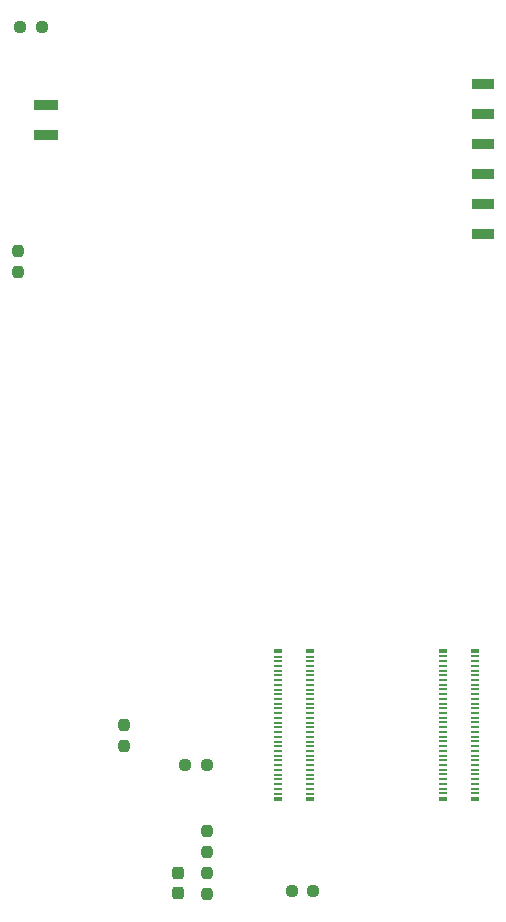
<source format=gbr>
%TF.GenerationSoftware,KiCad,Pcbnew,8.0.0*%
%TF.CreationDate,2024-04-23T01:00:26+09:00*%
%TF.ProjectId,TangPrimer25K_brushless,54616e67-5072-4696-9d65-7232354b5f62,rev?*%
%TF.SameCoordinates,Original*%
%TF.FileFunction,Paste,Top*%
%TF.FilePolarity,Positive*%
%FSLAX46Y46*%
G04 Gerber Fmt 4.6, Leading zero omitted, Abs format (unit mm)*
G04 Created by KiCad (PCBNEW 8.0.0) date 2024-04-23 01:00:26*
%MOMM*%
%LPD*%
G01*
G04 APERTURE LIST*
G04 Aperture macros list*
%AMRoundRect*
0 Rectangle with rounded corners*
0 $1 Rounding radius*
0 $2 $3 $4 $5 $6 $7 $8 $9 X,Y pos of 4 corners*
0 Add a 4 corners polygon primitive as box body*
4,1,4,$2,$3,$4,$5,$6,$7,$8,$9,$2,$3,0*
0 Add four circle primitives for the rounded corners*
1,1,$1+$1,$2,$3*
1,1,$1+$1,$4,$5*
1,1,$1+$1,$6,$7*
1,1,$1+$1,$8,$9*
0 Add four rect primitives between the rounded corners*
20,1,$1+$1,$2,$3,$4,$5,0*
20,1,$1+$1,$4,$5,$6,$7,0*
20,1,$1+$1,$6,$7,$8,$9,0*
20,1,$1+$1,$8,$9,$2,$3,0*%
G04 Aperture macros list end*
%ADD10RoundRect,0.237500X-0.237500X0.250000X-0.237500X-0.250000X0.237500X-0.250000X0.237500X0.250000X0*%
%ADD11RoundRect,0.237500X-0.237500X0.300000X-0.237500X-0.300000X0.237500X-0.300000X0.237500X0.300000X0*%
%ADD12R,1.901657X0.900810*%
%ADD13R,1.906800X0.900000*%
%ADD14R,1.906800X0.892852*%
%ADD15R,1.905953X0.900000*%
%ADD16R,1.913575X0.838992*%
%ADD17R,1.913575X0.889792*%
%ADD18R,2.006800X0.894800*%
%ADD19R,2.006800X0.900000*%
%ADD20R,0.660000X0.230000*%
%ADD21R,0.660000X0.350000*%
%ADD22RoundRect,0.237500X-0.250000X-0.237500X0.250000X-0.237500X0.250000X0.237500X-0.250000X0.237500X0*%
%ADD23RoundRect,0.237500X0.237500X-0.250000X0.237500X0.250000X-0.237500X0.250000X-0.237500X-0.250000X0*%
%ADD24RoundRect,0.237500X0.250000X0.237500X-0.250000X0.237500X-0.250000X-0.237500X0.250000X-0.237500X0*%
G04 APERTURE END LIST*
D10*
%TO.C,R1*%
X153670000Y-125171200D03*
X153670000Y-126996200D03*
%TD*%
D11*
%TO.C,C1*%
X151282400Y-128728300D03*
X151282400Y-130453300D03*
%TD*%
D12*
%TO.C,U1*%
X177039420Y-74659030D03*
D13*
X177036849Y-72113886D03*
D14*
X177036849Y-69575051D03*
D15*
X177037272Y-67031425D03*
D16*
X177033461Y-64518921D03*
D17*
X177033461Y-61953521D03*
D18*
X140030049Y-66274025D03*
D19*
X140030049Y-63731425D03*
%TD*%
D10*
%TO.C,R5*%
X146710400Y-116181500D03*
X146710400Y-118006500D03*
%TD*%
D20*
%TO.C,J2*%
X159692600Y-122020800D03*
X162402600Y-122020800D03*
X159692600Y-121620800D03*
X162402600Y-121620800D03*
X159692600Y-121220800D03*
X162402600Y-121220800D03*
X159692600Y-120820800D03*
X162402600Y-120820800D03*
X159692600Y-120420800D03*
X162402600Y-120420800D03*
X159692600Y-120020800D03*
X162402600Y-120020800D03*
X159692600Y-119620800D03*
X162402600Y-119620800D03*
X159692600Y-119220800D03*
X162402600Y-119220800D03*
X159692600Y-118820800D03*
X162402600Y-118820800D03*
X159692600Y-118420800D03*
X162402600Y-118420800D03*
X159692600Y-118020800D03*
X162402600Y-118020800D03*
X159692600Y-117620800D03*
X162402600Y-117620800D03*
X159692600Y-117220800D03*
X162402600Y-117220800D03*
X159692600Y-116820800D03*
X162402600Y-116820800D03*
X159692600Y-116420800D03*
X162402600Y-116420800D03*
X159692600Y-116020800D03*
X162402600Y-116020800D03*
X159692600Y-115620800D03*
X162402600Y-115620800D03*
X159692600Y-115220800D03*
X162402600Y-115220800D03*
X159692600Y-114820800D03*
X162402600Y-114820800D03*
X159692600Y-114420800D03*
X162402600Y-114420800D03*
X159692600Y-114020800D03*
X162402600Y-114020800D03*
X159692600Y-113620800D03*
X162402600Y-113620800D03*
X159692600Y-113220800D03*
X162402600Y-113220800D03*
X159692600Y-112820800D03*
X162402600Y-112820800D03*
X159692600Y-112420800D03*
X162402600Y-112420800D03*
X159692600Y-112020800D03*
X162402600Y-112020800D03*
X159692600Y-111620800D03*
X162402600Y-111620800D03*
X159692600Y-111220800D03*
X162402600Y-111220800D03*
X159692600Y-110820800D03*
X162402600Y-110820800D03*
X159692600Y-110420800D03*
X162402600Y-110420800D03*
D21*
X159692600Y-122495800D03*
X162402600Y-122495800D03*
X159692600Y-109945800D03*
X162402600Y-109945800D03*
%TD*%
D22*
%TO.C,R3*%
X151868500Y-119634000D03*
X153693500Y-119634000D03*
%TD*%
D23*
%TO.C,R6*%
X137668000Y-77874500D03*
X137668000Y-76049500D03*
%TD*%
D24*
%TO.C,R7*%
X139723500Y-57150000D03*
X137898500Y-57150000D03*
%TD*%
D10*
%TO.C,R2*%
X153670000Y-128727200D03*
X153670000Y-130552200D03*
%TD*%
D22*
%TO.C,R4*%
X160885500Y-130302000D03*
X162710500Y-130302000D03*
%TD*%
D20*
%TO.C,J1*%
X173693000Y-122008000D03*
X176403000Y-122008000D03*
X173693000Y-121608000D03*
X176403000Y-121608000D03*
X173693000Y-121208000D03*
X176403000Y-121208000D03*
X173693000Y-120808000D03*
X176403000Y-120808000D03*
X173693000Y-120408000D03*
X176403000Y-120408000D03*
X173693000Y-120008000D03*
X176403000Y-120008000D03*
X173693000Y-119608000D03*
X176403000Y-119608000D03*
X173693000Y-119208000D03*
X176403000Y-119208000D03*
X173693000Y-118808000D03*
X176403000Y-118808000D03*
X173693000Y-118408000D03*
X176403000Y-118408000D03*
X173693000Y-118008000D03*
X176403000Y-118008000D03*
X173693000Y-117608000D03*
X176403000Y-117608000D03*
X173693000Y-117208000D03*
X176403000Y-117208000D03*
X173693000Y-116808000D03*
X176403000Y-116808000D03*
X173693000Y-116408000D03*
X176403000Y-116408000D03*
X173693000Y-116008000D03*
X176403000Y-116008000D03*
X173693000Y-115608000D03*
X176403000Y-115608000D03*
X173693000Y-115208000D03*
X176403000Y-115208000D03*
X173693000Y-114808000D03*
X176403000Y-114808000D03*
X173693000Y-114408000D03*
X176403000Y-114408000D03*
X173693000Y-114008000D03*
X176403000Y-114008000D03*
X173693000Y-113608000D03*
X176403000Y-113608000D03*
X173693000Y-113208000D03*
X176403000Y-113208000D03*
X173693000Y-112808000D03*
X176403000Y-112808000D03*
X173693000Y-112408000D03*
X176403000Y-112408000D03*
X173693000Y-112008000D03*
X176403000Y-112008000D03*
X173693000Y-111608000D03*
X176403000Y-111608000D03*
X173693000Y-111208000D03*
X176403000Y-111208000D03*
X173693000Y-110808000D03*
X176403000Y-110808000D03*
X173693000Y-110408000D03*
X176403000Y-110408000D03*
D21*
X173693000Y-122483000D03*
X176403000Y-122483000D03*
X173693000Y-109933000D03*
X176403000Y-109933000D03*
%TD*%
M02*

</source>
